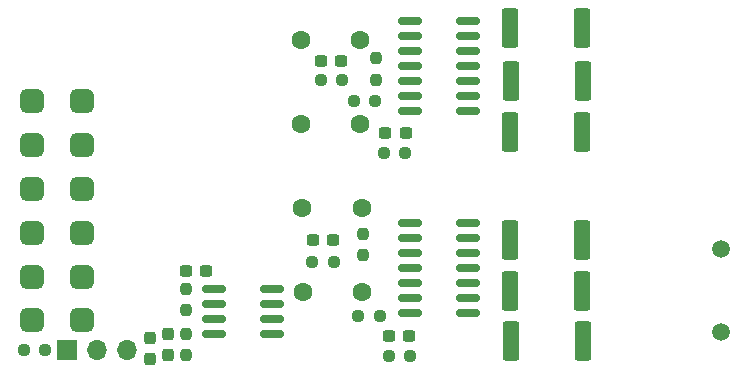
<source format=gbs>
G04 #@! TF.GenerationSoftware,KiCad,Pcbnew,6.99.0-unknown-455e330f3b~148~ubuntu20.04.1*
G04 #@! TF.CreationDate,2022-04-22T09:43:24+05:30*
G04 #@! TF.ProjectId,aptx_headset,61707478-5f68-4656-9164-7365742e6b69,rev?*
G04 #@! TF.SameCoordinates,Original*
G04 #@! TF.FileFunction,Soldermask,Bot*
G04 #@! TF.FilePolarity,Negative*
%FSLAX46Y46*%
G04 Gerber Fmt 4.6, Leading zero omitted, Abs format (unit mm)*
G04 Created by KiCad (PCBNEW 6.99.0-unknown-455e330f3b~148~ubuntu20.04.1) date 2022-04-22 09:43:24*
%MOMM*%
%LPD*%
G01*
G04 APERTURE LIST*
G04 Aperture macros list*
%AMRoundRect*
0 Rectangle with rounded corners*
0 $1 Rounding radius*
0 $2 $3 $4 $5 $6 $7 $8 $9 X,Y pos of 4 corners*
0 Add a 4 corners polygon primitive as box body*
4,1,4,$2,$3,$4,$5,$6,$7,$8,$9,$2,$3,0*
0 Add four circle primitives for the rounded corners*
1,1,$1+$1,$2,$3*
1,1,$1+$1,$4,$5*
1,1,$1+$1,$6,$7*
1,1,$1+$1,$8,$9*
0 Add four rect primitives between the rounded corners*
20,1,$1+$1,$2,$3,$4,$5,0*
20,1,$1+$1,$4,$5,$6,$7,0*
20,1,$1+$1,$6,$7,$8,$9,0*
20,1,$1+$1,$8,$9,$2,$3,0*%
G04 Aperture macros list end*
%ADD10C,1.500000*%
%ADD11C,1.600000*%
%ADD12R,1.700000X1.700000*%
%ADD13O,1.700000X1.700000*%
%ADD14RoundRect,0.237500X-0.300000X-0.237500X0.300000X-0.237500X0.300000X0.237500X-0.300000X0.237500X0*%
%ADD15RoundRect,0.237500X-0.250000X-0.237500X0.250000X-0.237500X0.250000X0.237500X-0.250000X0.237500X0*%
%ADD16RoundRect,0.500000X-0.500000X-0.500000X0.500000X-0.500000X0.500000X0.500000X-0.500000X0.500000X0*%
%ADD17RoundRect,0.150000X0.825000X0.150000X-0.825000X0.150000X-0.825000X-0.150000X0.825000X-0.150000X0*%
%ADD18RoundRect,0.237500X-0.237500X0.250000X-0.237500X-0.250000X0.237500X-0.250000X0.237500X0.250000X0*%
%ADD19RoundRect,0.150000X-0.825000X-0.150000X0.825000X-0.150000X0.825000X0.150000X-0.825000X0.150000X0*%
%ADD20RoundRect,0.249999X-0.450001X-1.425001X0.450001X-1.425001X0.450001X1.425001X-0.450001X1.425001X0*%
%ADD21RoundRect,0.237500X0.237500X-0.300000X0.237500X0.300000X-0.237500X0.300000X-0.237500X-0.300000X0*%
%ADD22RoundRect,0.237500X-0.237500X0.300000X-0.237500X-0.300000X0.237500X-0.300000X0.237500X0.300000X0*%
%ADD23RoundRect,0.237500X0.250000X0.237500X-0.250000X0.237500X-0.250000X-0.237500X0.250000X-0.237500X0*%
G04 APERTURE END LIST*
D10*
X145900000Y-97375000D03*
X145900000Y-90375000D03*
D11*
X110300000Y-72700000D03*
X115300000Y-72700000D03*
X110350000Y-79800000D03*
X115350000Y-79800000D03*
D12*
X90499999Y-98899999D03*
D13*
X93039999Y-98899999D03*
X95579999Y-98899999D03*
D11*
X110450000Y-86900000D03*
X115450000Y-86900000D03*
X110500000Y-94050000D03*
X115500000Y-94050000D03*
D14*
X117787500Y-97750000D03*
X119512500Y-97750000D03*
D15*
X111287500Y-91500000D03*
X113112500Y-91500000D03*
D16*
X87550000Y-77850000D03*
X91750000Y-77850000D03*
D17*
X107875000Y-93795000D03*
X107875000Y-95065000D03*
X107875000Y-96335000D03*
X107875000Y-97605000D03*
X102925000Y-97605000D03*
X102925000Y-96335000D03*
X102925000Y-95065000D03*
X102925000Y-93795000D03*
D16*
X87550000Y-89000000D03*
X91750000Y-89000000D03*
X87550000Y-96400000D03*
X91750000Y-96400000D03*
D14*
X100587500Y-92250000D03*
X102312500Y-92250000D03*
D16*
X87550000Y-85300000D03*
X91750000Y-85300000D03*
D18*
X100550000Y-93737500D03*
X100550000Y-95562500D03*
D19*
X119525000Y-78710000D03*
X119525000Y-77440000D03*
X119525000Y-76170000D03*
X119525000Y-74900000D03*
X119525000Y-73630000D03*
X119525000Y-72360000D03*
X119525000Y-71090000D03*
X124475000Y-71090000D03*
X124475000Y-72360000D03*
X124475000Y-73630000D03*
X124475000Y-74900000D03*
X124475000Y-76170000D03*
X124475000Y-77440000D03*
X124475000Y-78710000D03*
D14*
X117475000Y-80550000D03*
X119200000Y-80550000D03*
D20*
X128050000Y-80450000D03*
X134150000Y-80450000D03*
X128050000Y-89600000D03*
X134150000Y-89600000D03*
D16*
X87550000Y-92750000D03*
X91750000Y-92750000D03*
D19*
X119525000Y-95810000D03*
X119525000Y-94540000D03*
X119525000Y-93270000D03*
X119525000Y-92000000D03*
X119525000Y-90730000D03*
X119525000Y-89460000D03*
X119525000Y-88190000D03*
X124475000Y-88190000D03*
X124475000Y-89460000D03*
X124475000Y-90730000D03*
X124475000Y-92000000D03*
X124475000Y-93270000D03*
X124475000Y-94540000D03*
X124475000Y-95810000D03*
D16*
X87550000Y-81550000D03*
X91750000Y-81550000D03*
D20*
X128100000Y-76150000D03*
X134200000Y-76150000D03*
D15*
X117737500Y-99400000D03*
X119562500Y-99400000D03*
D18*
X115550000Y-89087500D03*
X115550000Y-90912500D03*
D15*
X117337500Y-82250000D03*
X119162500Y-82250000D03*
D21*
X97500000Y-99662500D03*
X97500000Y-97937500D03*
D18*
X116700000Y-74237500D03*
X116700000Y-76062500D03*
D14*
X111987500Y-74450000D03*
X113712500Y-74450000D03*
D20*
X128050000Y-71700000D03*
X134150000Y-71700000D03*
D15*
X111987500Y-76100000D03*
X113812500Y-76100000D03*
X114787500Y-77850000D03*
X116612500Y-77850000D03*
D20*
X128050000Y-93900000D03*
X134150000Y-93900000D03*
D15*
X115187500Y-96050000D03*
X117012500Y-96050000D03*
D22*
X99050000Y-97587500D03*
X99050000Y-99312500D03*
D18*
X100600000Y-97537500D03*
X100600000Y-99362500D03*
D23*
X88662500Y-98950000D03*
X86837500Y-98950000D03*
D20*
X128100000Y-98150000D03*
X134200000Y-98150000D03*
D14*
X111337500Y-89650000D03*
X113062500Y-89650000D03*
M02*

</source>
